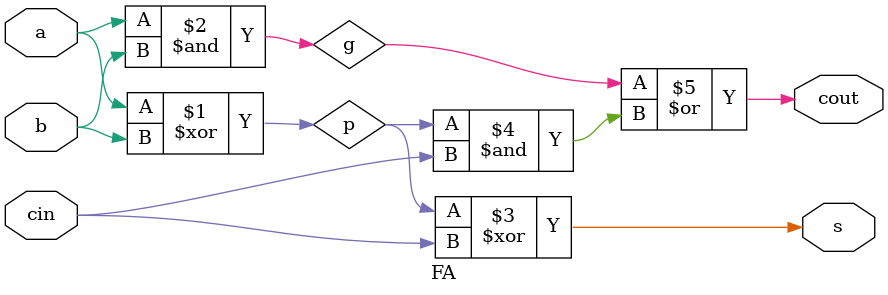
<source format=sv>
module FA(
    input logic a, b, cin,
    output logic s, cout
);
    logic p, g;  // internal nodes

    assign p = a ^ b;
    assign g = a & b;

    assign s = p ^ cin;
    assign cout = g | (p & cin);
    
endmodule



</source>
